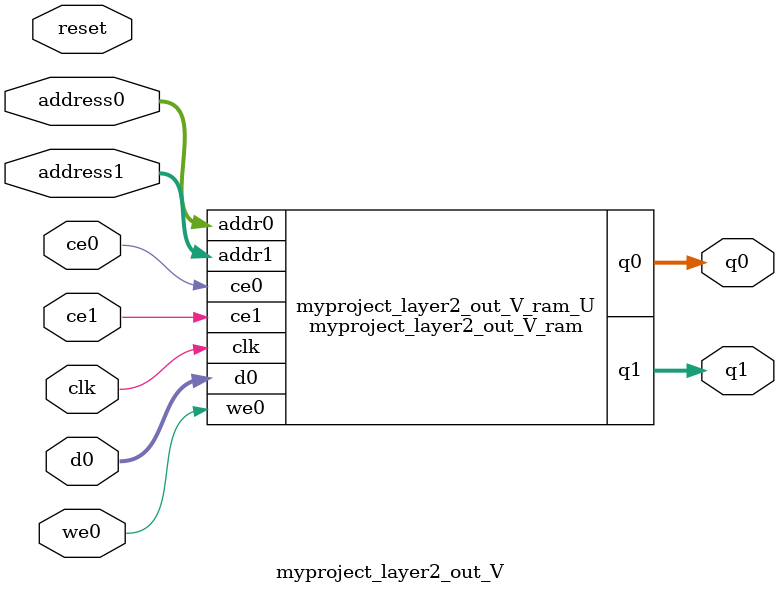
<source format=v>

`timescale 1 ns / 1 ps
module myproject_layer2_out_V_ram (addr0, ce0, d0, we0, q0, addr1, ce1, q1,  clk);

parameter DWIDTH = 16;
parameter AWIDTH = 7;
parameter MEM_SIZE = 100;

input[AWIDTH-1:0] addr0;
input ce0;
input[DWIDTH-1:0] d0;
input we0;
output reg[DWIDTH-1:0] q0;
input[AWIDTH-1:0] addr1;
input ce1;
output reg[DWIDTH-1:0] q1;
input clk;

(* ram_style = "block" *)reg [DWIDTH-1:0] ram[0:MEM_SIZE-1];




always @(posedge clk)  
begin 
    if (ce0) 
    begin
        if (we0) 
        begin 
            ram[addr0] <= d0; 
            q0 <= d0;
        end 
        else 
            q0 <= ram[addr0];
    end
end


always @(posedge clk)  
begin 
    if (ce1) 
    begin
            q1 <= ram[addr1];
    end
end


endmodule


`timescale 1 ns / 1 ps
module myproject_layer2_out_V(
    reset,
    clk,
    address0,
    ce0,
    we0,
    d0,
    q0,
    address1,
    ce1,
    q1);

parameter DataWidth = 32'd16;
parameter AddressRange = 32'd100;
parameter AddressWidth = 32'd7;
input reset;
input clk;
input[AddressWidth - 1:0] address0;
input ce0;
input we0;
input[DataWidth - 1:0] d0;
output[DataWidth - 1:0] q0;
input[AddressWidth - 1:0] address1;
input ce1;
output[DataWidth - 1:0] q1;



myproject_layer2_out_V_ram myproject_layer2_out_V_ram_U(
    .clk( clk ),
    .addr0( address0 ),
    .ce0( ce0 ),
    .we0( we0 ),
    .d0( d0 ),
    .q0( q0 ),
    .addr1( address1 ),
    .ce1( ce1 ),
    .q1( q1 ));

endmodule


</source>
